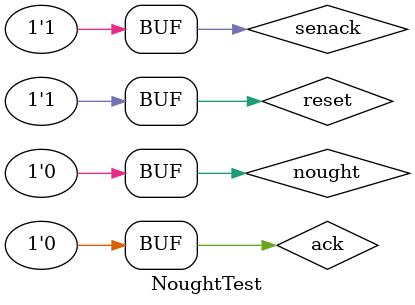
<source format=v>
`timescale 1ns / 1ps


module NoughtTest;

	// Inputs
	reg ack;
	reg reset;
	reg senack;
	reg nought;

	// Outputs
	wire A;
	wire B;
	wire Cclear;
	wire Dt;
	wire bit0;

	// Instantiate the Unit Under Test (UUT)
	Nought uut (
		.ack(ack), 
		.reset(reset), 
		.senack(senack), 
		.nought(nought), 
		.A(A), 
		.B(B), 
		.Cclear(Cclear), 
		.Dt(Dt), 
		.bit0(bit0)
	);

	initial begin
		// Initialize Inputs
		ack = 0;
		reset = 0;
		senack = 0;
		nought = 0;

		// Wait 100 ns for global reset to finish
		#100;
		#100;
		reset = 1;
		#100;
      nought = 1;
		#100;
		ack =1;
		nought = 0;
		#100;
		ack = 0;
		#100;
		ack = 1;
		#100;
		ack = 0;
		#100;
		ack =1;
		#100;
		ack = 0;
		#100;
		ack = 1;
		#100;
		ack = 0;
		#100;
		senack = 1;
		#100;
       	ack = 1;
		#100;
		ack = 0;
		#100;
		ack =1;
		#100;
		ack = 0;
		#100;
		ack = 1;
		#100;
		ack = 0;
		// Add stimulus here

	end
      
endmodule


</source>
